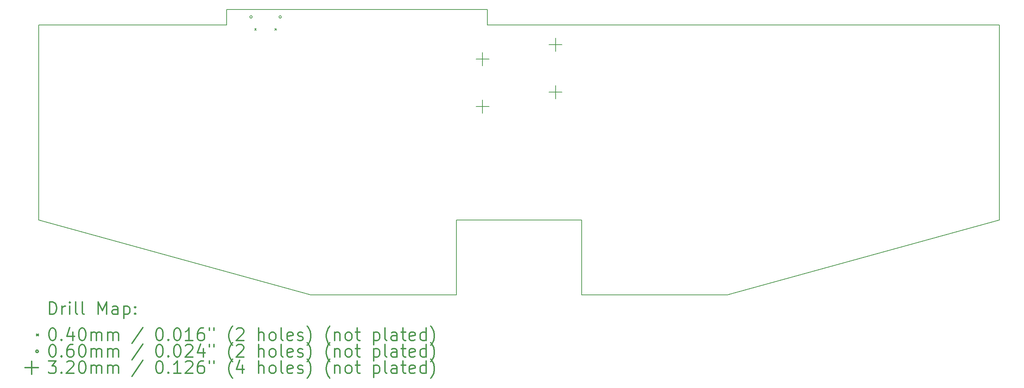
<source format=gbr>
%FSLAX45Y45*%
G04 Gerber Fmt 4.5, Leading zero omitted, Abs format (unit mm)*
G04 Created by KiCad (PCBNEW 4.0.1-stable) date Saturday, January 28, 2017 'PMt' 02:32:04 PM*
%MOMM*%
G01*
G04 APERTURE LIST*
%ADD10C,0.127000*%
%ADD11C,0.150000*%
%ADD12C,0.200000*%
%ADD13C,0.300000*%
G04 APERTURE END LIST*
D10*
D11*
X4520000Y200000D02*
X0Y200000D01*
X10800000Y570000D02*
X10800000Y200000D01*
X4520000Y570000D02*
X10800000Y570000D01*
X4520000Y200000D02*
X4520000Y570000D01*
X23120000Y-4500000D02*
X23120000Y200000D01*
X16570000Y-6300000D02*
X23120000Y-4500000D01*
X13070000Y-6300000D02*
X16570000Y-6300000D01*
X13070000Y-4500000D02*
X13070000Y-6300000D01*
X10800000Y-4500000D02*
X13070000Y-4500000D01*
X10050000Y-4500000D02*
X10800000Y-4500000D01*
X10050000Y-6300000D02*
X10050000Y-4500000D01*
X6550000Y-6300000D02*
X10050000Y-6300000D01*
X0Y-4500000D02*
X6550000Y-6300000D01*
X0Y200000D02*
X0Y-4500000D01*
X10800000Y200000D02*
X23120000Y200000D01*
D12*
X5198500Y112000D02*
X5238500Y72000D01*
X5238500Y112000D02*
X5198500Y72000D01*
X5683500Y112000D02*
X5723500Y72000D01*
X5723500Y112000D02*
X5683500Y72000D01*
X5139750Y392000D02*
G75*
G03X5139750Y392000I-30000J0D01*
G01*
X5842250Y392000D02*
G75*
G03X5842250Y392000I-30000J0D01*
G01*
X10682000Y-462000D02*
X10682000Y-782000D01*
X10522000Y-622000D02*
X10842000Y-622000D01*
X10682000Y-1605000D02*
X10682000Y-1925000D01*
X10522000Y-1765000D02*
X10842000Y-1765000D01*
X12436000Y-112000D02*
X12436000Y-432000D01*
X12276000Y-272000D02*
X12596000Y-272000D01*
X12436000Y-1255000D02*
X12436000Y-1575000D01*
X12276000Y-1415000D02*
X12596000Y-1415000D01*
D13*
X263929Y-6773214D02*
X263929Y-6473214D01*
X335357Y-6473214D01*
X378214Y-6487500D01*
X406786Y-6516071D01*
X421071Y-6544643D01*
X435357Y-6601786D01*
X435357Y-6644643D01*
X421071Y-6701786D01*
X406786Y-6730357D01*
X378214Y-6758929D01*
X335357Y-6773214D01*
X263929Y-6773214D01*
X563929Y-6773214D02*
X563929Y-6573214D01*
X563929Y-6630357D02*
X578214Y-6601786D01*
X592500Y-6587500D01*
X621071Y-6573214D01*
X649643Y-6573214D01*
X749643Y-6773214D02*
X749643Y-6573214D01*
X749643Y-6473214D02*
X735357Y-6487500D01*
X749643Y-6501786D01*
X763928Y-6487500D01*
X749643Y-6473214D01*
X749643Y-6501786D01*
X935357Y-6773214D02*
X906786Y-6758929D01*
X892500Y-6730357D01*
X892500Y-6473214D01*
X1092500Y-6773214D02*
X1063929Y-6758929D01*
X1049643Y-6730357D01*
X1049643Y-6473214D01*
X1435357Y-6773214D02*
X1435357Y-6473214D01*
X1535357Y-6687500D01*
X1635357Y-6473214D01*
X1635357Y-6773214D01*
X1906786Y-6773214D02*
X1906786Y-6616071D01*
X1892500Y-6587500D01*
X1863928Y-6573214D01*
X1806786Y-6573214D01*
X1778214Y-6587500D01*
X1906786Y-6758929D02*
X1878214Y-6773214D01*
X1806786Y-6773214D01*
X1778214Y-6758929D01*
X1763928Y-6730357D01*
X1763928Y-6701786D01*
X1778214Y-6673214D01*
X1806786Y-6658929D01*
X1878214Y-6658929D01*
X1906786Y-6644643D01*
X2049643Y-6573214D02*
X2049643Y-6873214D01*
X2049643Y-6587500D02*
X2078214Y-6573214D01*
X2135357Y-6573214D01*
X2163929Y-6587500D01*
X2178214Y-6601786D01*
X2192500Y-6630357D01*
X2192500Y-6716071D01*
X2178214Y-6744643D01*
X2163929Y-6758929D01*
X2135357Y-6773214D01*
X2078214Y-6773214D01*
X2049643Y-6758929D01*
X2321071Y-6744643D02*
X2335357Y-6758929D01*
X2321071Y-6773214D01*
X2306786Y-6758929D01*
X2321071Y-6744643D01*
X2321071Y-6773214D01*
X2321071Y-6587500D02*
X2335357Y-6601786D01*
X2321071Y-6616071D01*
X2306786Y-6601786D01*
X2321071Y-6587500D01*
X2321071Y-6616071D01*
X-47500Y-7247500D02*
X-7500Y-7287500D01*
X-7500Y-7247500D02*
X-47500Y-7287500D01*
X321071Y-7103214D02*
X349643Y-7103214D01*
X378214Y-7117500D01*
X392500Y-7131786D01*
X406786Y-7160357D01*
X421071Y-7217500D01*
X421071Y-7288929D01*
X406786Y-7346071D01*
X392500Y-7374643D01*
X378214Y-7388929D01*
X349643Y-7403214D01*
X321071Y-7403214D01*
X292500Y-7388929D01*
X278214Y-7374643D01*
X263929Y-7346071D01*
X249643Y-7288929D01*
X249643Y-7217500D01*
X263929Y-7160357D01*
X278214Y-7131786D01*
X292500Y-7117500D01*
X321071Y-7103214D01*
X549643Y-7374643D02*
X563929Y-7388929D01*
X549643Y-7403214D01*
X535357Y-7388929D01*
X549643Y-7374643D01*
X549643Y-7403214D01*
X821071Y-7203214D02*
X821071Y-7403214D01*
X749643Y-7088929D02*
X678214Y-7303214D01*
X863928Y-7303214D01*
X1035357Y-7103214D02*
X1063929Y-7103214D01*
X1092500Y-7117500D01*
X1106786Y-7131786D01*
X1121071Y-7160357D01*
X1135357Y-7217500D01*
X1135357Y-7288929D01*
X1121071Y-7346071D01*
X1106786Y-7374643D01*
X1092500Y-7388929D01*
X1063929Y-7403214D01*
X1035357Y-7403214D01*
X1006786Y-7388929D01*
X992500Y-7374643D01*
X978214Y-7346071D01*
X963928Y-7288929D01*
X963928Y-7217500D01*
X978214Y-7160357D01*
X992500Y-7131786D01*
X1006786Y-7117500D01*
X1035357Y-7103214D01*
X1263929Y-7403214D02*
X1263929Y-7203214D01*
X1263929Y-7231786D02*
X1278214Y-7217500D01*
X1306786Y-7203214D01*
X1349643Y-7203214D01*
X1378214Y-7217500D01*
X1392500Y-7246071D01*
X1392500Y-7403214D01*
X1392500Y-7246071D02*
X1406786Y-7217500D01*
X1435357Y-7203214D01*
X1478214Y-7203214D01*
X1506786Y-7217500D01*
X1521071Y-7246071D01*
X1521071Y-7403214D01*
X1663928Y-7403214D02*
X1663928Y-7203214D01*
X1663928Y-7231786D02*
X1678214Y-7217500D01*
X1706786Y-7203214D01*
X1749643Y-7203214D01*
X1778214Y-7217500D01*
X1792500Y-7246071D01*
X1792500Y-7403214D01*
X1792500Y-7246071D02*
X1806786Y-7217500D01*
X1835357Y-7203214D01*
X1878214Y-7203214D01*
X1906786Y-7217500D01*
X1921071Y-7246071D01*
X1921071Y-7403214D01*
X2506786Y-7088929D02*
X2249643Y-7474643D01*
X2892500Y-7103214D02*
X2921071Y-7103214D01*
X2949643Y-7117500D01*
X2963928Y-7131786D01*
X2978214Y-7160357D01*
X2992500Y-7217500D01*
X2992500Y-7288929D01*
X2978214Y-7346071D01*
X2963928Y-7374643D01*
X2949643Y-7388929D01*
X2921071Y-7403214D01*
X2892500Y-7403214D01*
X2863928Y-7388929D01*
X2849643Y-7374643D01*
X2835357Y-7346071D01*
X2821071Y-7288929D01*
X2821071Y-7217500D01*
X2835357Y-7160357D01*
X2849643Y-7131786D01*
X2863928Y-7117500D01*
X2892500Y-7103214D01*
X3121071Y-7374643D02*
X3135357Y-7388929D01*
X3121071Y-7403214D01*
X3106786Y-7388929D01*
X3121071Y-7374643D01*
X3121071Y-7403214D01*
X3321071Y-7103214D02*
X3349643Y-7103214D01*
X3378214Y-7117500D01*
X3392500Y-7131786D01*
X3406785Y-7160357D01*
X3421071Y-7217500D01*
X3421071Y-7288929D01*
X3406785Y-7346071D01*
X3392500Y-7374643D01*
X3378214Y-7388929D01*
X3349643Y-7403214D01*
X3321071Y-7403214D01*
X3292500Y-7388929D01*
X3278214Y-7374643D01*
X3263928Y-7346071D01*
X3249643Y-7288929D01*
X3249643Y-7217500D01*
X3263928Y-7160357D01*
X3278214Y-7131786D01*
X3292500Y-7117500D01*
X3321071Y-7103214D01*
X3706785Y-7403214D02*
X3535357Y-7403214D01*
X3621071Y-7403214D02*
X3621071Y-7103214D01*
X3592500Y-7146071D01*
X3563928Y-7174643D01*
X3535357Y-7188929D01*
X3963928Y-7103214D02*
X3906785Y-7103214D01*
X3878214Y-7117500D01*
X3863928Y-7131786D01*
X3835357Y-7174643D01*
X3821071Y-7231786D01*
X3821071Y-7346071D01*
X3835357Y-7374643D01*
X3849643Y-7388929D01*
X3878214Y-7403214D01*
X3935357Y-7403214D01*
X3963928Y-7388929D01*
X3978214Y-7374643D01*
X3992500Y-7346071D01*
X3992500Y-7274643D01*
X3978214Y-7246071D01*
X3963928Y-7231786D01*
X3935357Y-7217500D01*
X3878214Y-7217500D01*
X3849643Y-7231786D01*
X3835357Y-7246071D01*
X3821071Y-7274643D01*
X4106786Y-7103214D02*
X4106786Y-7160357D01*
X4221071Y-7103214D02*
X4221071Y-7160357D01*
X4663928Y-7517500D02*
X4649643Y-7503214D01*
X4621071Y-7460357D01*
X4606786Y-7431786D01*
X4592500Y-7388929D01*
X4578214Y-7317500D01*
X4578214Y-7260357D01*
X4592500Y-7188929D01*
X4606786Y-7146071D01*
X4621071Y-7117500D01*
X4649643Y-7074643D01*
X4663928Y-7060357D01*
X4763928Y-7131786D02*
X4778214Y-7117500D01*
X4806786Y-7103214D01*
X4878214Y-7103214D01*
X4906786Y-7117500D01*
X4921071Y-7131786D01*
X4935357Y-7160357D01*
X4935357Y-7188929D01*
X4921071Y-7231786D01*
X4749643Y-7403214D01*
X4935357Y-7403214D01*
X5292500Y-7403214D02*
X5292500Y-7103214D01*
X5421071Y-7403214D02*
X5421071Y-7246071D01*
X5406786Y-7217500D01*
X5378214Y-7203214D01*
X5335357Y-7203214D01*
X5306786Y-7217500D01*
X5292500Y-7231786D01*
X5606785Y-7403214D02*
X5578214Y-7388929D01*
X5563928Y-7374643D01*
X5549643Y-7346071D01*
X5549643Y-7260357D01*
X5563928Y-7231786D01*
X5578214Y-7217500D01*
X5606785Y-7203214D01*
X5649643Y-7203214D01*
X5678214Y-7217500D01*
X5692500Y-7231786D01*
X5706785Y-7260357D01*
X5706785Y-7346071D01*
X5692500Y-7374643D01*
X5678214Y-7388929D01*
X5649643Y-7403214D01*
X5606785Y-7403214D01*
X5878214Y-7403214D02*
X5849643Y-7388929D01*
X5835357Y-7360357D01*
X5835357Y-7103214D01*
X6106786Y-7388929D02*
X6078214Y-7403214D01*
X6021071Y-7403214D01*
X5992500Y-7388929D01*
X5978214Y-7360357D01*
X5978214Y-7246071D01*
X5992500Y-7217500D01*
X6021071Y-7203214D01*
X6078214Y-7203214D01*
X6106786Y-7217500D01*
X6121071Y-7246071D01*
X6121071Y-7274643D01*
X5978214Y-7303214D01*
X6235357Y-7388929D02*
X6263928Y-7403214D01*
X6321071Y-7403214D01*
X6349643Y-7388929D01*
X6363928Y-7360357D01*
X6363928Y-7346071D01*
X6349643Y-7317500D01*
X6321071Y-7303214D01*
X6278214Y-7303214D01*
X6249643Y-7288929D01*
X6235357Y-7260357D01*
X6235357Y-7246071D01*
X6249643Y-7217500D01*
X6278214Y-7203214D01*
X6321071Y-7203214D01*
X6349643Y-7217500D01*
X6463928Y-7517500D02*
X6478214Y-7503214D01*
X6506786Y-7460357D01*
X6521071Y-7431786D01*
X6535357Y-7388929D01*
X6549643Y-7317500D01*
X6549643Y-7260357D01*
X6535357Y-7188929D01*
X6521071Y-7146071D01*
X6506786Y-7117500D01*
X6478214Y-7074643D01*
X6463928Y-7060357D01*
X7006786Y-7517500D02*
X6992500Y-7503214D01*
X6963928Y-7460357D01*
X6949643Y-7431786D01*
X6935357Y-7388929D01*
X6921071Y-7317500D01*
X6921071Y-7260357D01*
X6935357Y-7188929D01*
X6949643Y-7146071D01*
X6963928Y-7117500D01*
X6992500Y-7074643D01*
X7006786Y-7060357D01*
X7121071Y-7203214D02*
X7121071Y-7403214D01*
X7121071Y-7231786D02*
X7135357Y-7217500D01*
X7163928Y-7203214D01*
X7206786Y-7203214D01*
X7235357Y-7217500D01*
X7249643Y-7246071D01*
X7249643Y-7403214D01*
X7435357Y-7403214D02*
X7406786Y-7388929D01*
X7392500Y-7374643D01*
X7378214Y-7346071D01*
X7378214Y-7260357D01*
X7392500Y-7231786D01*
X7406786Y-7217500D01*
X7435357Y-7203214D01*
X7478214Y-7203214D01*
X7506786Y-7217500D01*
X7521071Y-7231786D01*
X7535357Y-7260357D01*
X7535357Y-7346071D01*
X7521071Y-7374643D01*
X7506786Y-7388929D01*
X7478214Y-7403214D01*
X7435357Y-7403214D01*
X7621071Y-7203214D02*
X7735357Y-7203214D01*
X7663928Y-7103214D02*
X7663928Y-7360357D01*
X7678214Y-7388929D01*
X7706786Y-7403214D01*
X7735357Y-7403214D01*
X8063928Y-7203214D02*
X8063928Y-7503214D01*
X8063928Y-7217500D02*
X8092500Y-7203214D01*
X8149643Y-7203214D01*
X8178214Y-7217500D01*
X8192500Y-7231786D01*
X8206786Y-7260357D01*
X8206786Y-7346071D01*
X8192500Y-7374643D01*
X8178214Y-7388929D01*
X8149643Y-7403214D01*
X8092500Y-7403214D01*
X8063928Y-7388929D01*
X8378214Y-7403214D02*
X8349643Y-7388929D01*
X8335357Y-7360357D01*
X8335357Y-7103214D01*
X8621071Y-7403214D02*
X8621071Y-7246071D01*
X8606786Y-7217500D01*
X8578214Y-7203214D01*
X8521071Y-7203214D01*
X8492500Y-7217500D01*
X8621071Y-7388929D02*
X8592500Y-7403214D01*
X8521071Y-7403214D01*
X8492500Y-7388929D01*
X8478214Y-7360357D01*
X8478214Y-7331786D01*
X8492500Y-7303214D01*
X8521071Y-7288929D01*
X8592500Y-7288929D01*
X8621071Y-7274643D01*
X8721071Y-7203214D02*
X8835357Y-7203214D01*
X8763929Y-7103214D02*
X8763929Y-7360357D01*
X8778214Y-7388929D01*
X8806786Y-7403214D01*
X8835357Y-7403214D01*
X9049643Y-7388929D02*
X9021072Y-7403214D01*
X8963929Y-7403214D01*
X8935357Y-7388929D01*
X8921072Y-7360357D01*
X8921072Y-7246071D01*
X8935357Y-7217500D01*
X8963929Y-7203214D01*
X9021072Y-7203214D01*
X9049643Y-7217500D01*
X9063929Y-7246071D01*
X9063929Y-7274643D01*
X8921072Y-7303214D01*
X9321072Y-7403214D02*
X9321072Y-7103214D01*
X9321072Y-7388929D02*
X9292500Y-7403214D01*
X9235357Y-7403214D01*
X9206786Y-7388929D01*
X9192500Y-7374643D01*
X9178214Y-7346071D01*
X9178214Y-7260357D01*
X9192500Y-7231786D01*
X9206786Y-7217500D01*
X9235357Y-7203214D01*
X9292500Y-7203214D01*
X9321072Y-7217500D01*
X9435357Y-7517500D02*
X9449643Y-7503214D01*
X9478214Y-7460357D01*
X9492500Y-7431786D01*
X9506786Y-7388929D01*
X9521072Y-7317500D01*
X9521072Y-7260357D01*
X9506786Y-7188929D01*
X9492500Y-7146071D01*
X9478214Y-7117500D01*
X9449643Y-7074643D01*
X9435357Y-7060357D01*
X-7500Y-7663500D02*
G75*
G03X-7500Y-7663500I-30000J0D01*
G01*
X321071Y-7499214D02*
X349643Y-7499214D01*
X378214Y-7513500D01*
X392500Y-7527786D01*
X406786Y-7556357D01*
X421071Y-7613500D01*
X421071Y-7684929D01*
X406786Y-7742071D01*
X392500Y-7770643D01*
X378214Y-7784929D01*
X349643Y-7799214D01*
X321071Y-7799214D01*
X292500Y-7784929D01*
X278214Y-7770643D01*
X263929Y-7742071D01*
X249643Y-7684929D01*
X249643Y-7613500D01*
X263929Y-7556357D01*
X278214Y-7527786D01*
X292500Y-7513500D01*
X321071Y-7499214D01*
X549643Y-7770643D02*
X563929Y-7784929D01*
X549643Y-7799214D01*
X535357Y-7784929D01*
X549643Y-7770643D01*
X549643Y-7799214D01*
X821071Y-7499214D02*
X763928Y-7499214D01*
X735357Y-7513500D01*
X721071Y-7527786D01*
X692500Y-7570643D01*
X678214Y-7627786D01*
X678214Y-7742071D01*
X692500Y-7770643D01*
X706786Y-7784929D01*
X735357Y-7799214D01*
X792500Y-7799214D01*
X821071Y-7784929D01*
X835357Y-7770643D01*
X849643Y-7742071D01*
X849643Y-7670643D01*
X835357Y-7642071D01*
X821071Y-7627786D01*
X792500Y-7613500D01*
X735357Y-7613500D01*
X706786Y-7627786D01*
X692500Y-7642071D01*
X678214Y-7670643D01*
X1035357Y-7499214D02*
X1063929Y-7499214D01*
X1092500Y-7513500D01*
X1106786Y-7527786D01*
X1121071Y-7556357D01*
X1135357Y-7613500D01*
X1135357Y-7684929D01*
X1121071Y-7742071D01*
X1106786Y-7770643D01*
X1092500Y-7784929D01*
X1063929Y-7799214D01*
X1035357Y-7799214D01*
X1006786Y-7784929D01*
X992500Y-7770643D01*
X978214Y-7742071D01*
X963928Y-7684929D01*
X963928Y-7613500D01*
X978214Y-7556357D01*
X992500Y-7527786D01*
X1006786Y-7513500D01*
X1035357Y-7499214D01*
X1263929Y-7799214D02*
X1263929Y-7599214D01*
X1263929Y-7627786D02*
X1278214Y-7613500D01*
X1306786Y-7599214D01*
X1349643Y-7599214D01*
X1378214Y-7613500D01*
X1392500Y-7642071D01*
X1392500Y-7799214D01*
X1392500Y-7642071D02*
X1406786Y-7613500D01*
X1435357Y-7599214D01*
X1478214Y-7599214D01*
X1506786Y-7613500D01*
X1521071Y-7642071D01*
X1521071Y-7799214D01*
X1663928Y-7799214D02*
X1663928Y-7599214D01*
X1663928Y-7627786D02*
X1678214Y-7613500D01*
X1706786Y-7599214D01*
X1749643Y-7599214D01*
X1778214Y-7613500D01*
X1792500Y-7642071D01*
X1792500Y-7799214D01*
X1792500Y-7642071D02*
X1806786Y-7613500D01*
X1835357Y-7599214D01*
X1878214Y-7599214D01*
X1906786Y-7613500D01*
X1921071Y-7642071D01*
X1921071Y-7799214D01*
X2506786Y-7484929D02*
X2249643Y-7870643D01*
X2892500Y-7499214D02*
X2921071Y-7499214D01*
X2949643Y-7513500D01*
X2963928Y-7527786D01*
X2978214Y-7556357D01*
X2992500Y-7613500D01*
X2992500Y-7684929D01*
X2978214Y-7742071D01*
X2963928Y-7770643D01*
X2949643Y-7784929D01*
X2921071Y-7799214D01*
X2892500Y-7799214D01*
X2863928Y-7784929D01*
X2849643Y-7770643D01*
X2835357Y-7742071D01*
X2821071Y-7684929D01*
X2821071Y-7613500D01*
X2835357Y-7556357D01*
X2849643Y-7527786D01*
X2863928Y-7513500D01*
X2892500Y-7499214D01*
X3121071Y-7770643D02*
X3135357Y-7784929D01*
X3121071Y-7799214D01*
X3106786Y-7784929D01*
X3121071Y-7770643D01*
X3121071Y-7799214D01*
X3321071Y-7499214D02*
X3349643Y-7499214D01*
X3378214Y-7513500D01*
X3392500Y-7527786D01*
X3406785Y-7556357D01*
X3421071Y-7613500D01*
X3421071Y-7684929D01*
X3406785Y-7742071D01*
X3392500Y-7770643D01*
X3378214Y-7784929D01*
X3349643Y-7799214D01*
X3321071Y-7799214D01*
X3292500Y-7784929D01*
X3278214Y-7770643D01*
X3263928Y-7742071D01*
X3249643Y-7684929D01*
X3249643Y-7613500D01*
X3263928Y-7556357D01*
X3278214Y-7527786D01*
X3292500Y-7513500D01*
X3321071Y-7499214D01*
X3535357Y-7527786D02*
X3549643Y-7513500D01*
X3578214Y-7499214D01*
X3649643Y-7499214D01*
X3678214Y-7513500D01*
X3692500Y-7527786D01*
X3706785Y-7556357D01*
X3706785Y-7584929D01*
X3692500Y-7627786D01*
X3521071Y-7799214D01*
X3706785Y-7799214D01*
X3963928Y-7599214D02*
X3963928Y-7799214D01*
X3892500Y-7484929D02*
X3821071Y-7699214D01*
X4006785Y-7699214D01*
X4106786Y-7499214D02*
X4106786Y-7556357D01*
X4221071Y-7499214D02*
X4221071Y-7556357D01*
X4663928Y-7913500D02*
X4649643Y-7899214D01*
X4621071Y-7856357D01*
X4606786Y-7827786D01*
X4592500Y-7784929D01*
X4578214Y-7713500D01*
X4578214Y-7656357D01*
X4592500Y-7584929D01*
X4606786Y-7542071D01*
X4621071Y-7513500D01*
X4649643Y-7470643D01*
X4663928Y-7456357D01*
X4763928Y-7527786D02*
X4778214Y-7513500D01*
X4806786Y-7499214D01*
X4878214Y-7499214D01*
X4906786Y-7513500D01*
X4921071Y-7527786D01*
X4935357Y-7556357D01*
X4935357Y-7584929D01*
X4921071Y-7627786D01*
X4749643Y-7799214D01*
X4935357Y-7799214D01*
X5292500Y-7799214D02*
X5292500Y-7499214D01*
X5421071Y-7799214D02*
X5421071Y-7642071D01*
X5406786Y-7613500D01*
X5378214Y-7599214D01*
X5335357Y-7599214D01*
X5306786Y-7613500D01*
X5292500Y-7627786D01*
X5606785Y-7799214D02*
X5578214Y-7784929D01*
X5563928Y-7770643D01*
X5549643Y-7742071D01*
X5549643Y-7656357D01*
X5563928Y-7627786D01*
X5578214Y-7613500D01*
X5606785Y-7599214D01*
X5649643Y-7599214D01*
X5678214Y-7613500D01*
X5692500Y-7627786D01*
X5706785Y-7656357D01*
X5706785Y-7742071D01*
X5692500Y-7770643D01*
X5678214Y-7784929D01*
X5649643Y-7799214D01*
X5606785Y-7799214D01*
X5878214Y-7799214D02*
X5849643Y-7784929D01*
X5835357Y-7756357D01*
X5835357Y-7499214D01*
X6106786Y-7784929D02*
X6078214Y-7799214D01*
X6021071Y-7799214D01*
X5992500Y-7784929D01*
X5978214Y-7756357D01*
X5978214Y-7642071D01*
X5992500Y-7613500D01*
X6021071Y-7599214D01*
X6078214Y-7599214D01*
X6106786Y-7613500D01*
X6121071Y-7642071D01*
X6121071Y-7670643D01*
X5978214Y-7699214D01*
X6235357Y-7784929D02*
X6263928Y-7799214D01*
X6321071Y-7799214D01*
X6349643Y-7784929D01*
X6363928Y-7756357D01*
X6363928Y-7742071D01*
X6349643Y-7713500D01*
X6321071Y-7699214D01*
X6278214Y-7699214D01*
X6249643Y-7684929D01*
X6235357Y-7656357D01*
X6235357Y-7642071D01*
X6249643Y-7613500D01*
X6278214Y-7599214D01*
X6321071Y-7599214D01*
X6349643Y-7613500D01*
X6463928Y-7913500D02*
X6478214Y-7899214D01*
X6506786Y-7856357D01*
X6521071Y-7827786D01*
X6535357Y-7784929D01*
X6549643Y-7713500D01*
X6549643Y-7656357D01*
X6535357Y-7584929D01*
X6521071Y-7542071D01*
X6506786Y-7513500D01*
X6478214Y-7470643D01*
X6463928Y-7456357D01*
X7006786Y-7913500D02*
X6992500Y-7899214D01*
X6963928Y-7856357D01*
X6949643Y-7827786D01*
X6935357Y-7784929D01*
X6921071Y-7713500D01*
X6921071Y-7656357D01*
X6935357Y-7584929D01*
X6949643Y-7542071D01*
X6963928Y-7513500D01*
X6992500Y-7470643D01*
X7006786Y-7456357D01*
X7121071Y-7599214D02*
X7121071Y-7799214D01*
X7121071Y-7627786D02*
X7135357Y-7613500D01*
X7163928Y-7599214D01*
X7206786Y-7599214D01*
X7235357Y-7613500D01*
X7249643Y-7642071D01*
X7249643Y-7799214D01*
X7435357Y-7799214D02*
X7406786Y-7784929D01*
X7392500Y-7770643D01*
X7378214Y-7742071D01*
X7378214Y-7656357D01*
X7392500Y-7627786D01*
X7406786Y-7613500D01*
X7435357Y-7599214D01*
X7478214Y-7599214D01*
X7506786Y-7613500D01*
X7521071Y-7627786D01*
X7535357Y-7656357D01*
X7535357Y-7742071D01*
X7521071Y-7770643D01*
X7506786Y-7784929D01*
X7478214Y-7799214D01*
X7435357Y-7799214D01*
X7621071Y-7599214D02*
X7735357Y-7599214D01*
X7663928Y-7499214D02*
X7663928Y-7756357D01*
X7678214Y-7784929D01*
X7706786Y-7799214D01*
X7735357Y-7799214D01*
X8063928Y-7599214D02*
X8063928Y-7899214D01*
X8063928Y-7613500D02*
X8092500Y-7599214D01*
X8149643Y-7599214D01*
X8178214Y-7613500D01*
X8192500Y-7627786D01*
X8206786Y-7656357D01*
X8206786Y-7742071D01*
X8192500Y-7770643D01*
X8178214Y-7784929D01*
X8149643Y-7799214D01*
X8092500Y-7799214D01*
X8063928Y-7784929D01*
X8378214Y-7799214D02*
X8349643Y-7784929D01*
X8335357Y-7756357D01*
X8335357Y-7499214D01*
X8621071Y-7799214D02*
X8621071Y-7642071D01*
X8606786Y-7613500D01*
X8578214Y-7599214D01*
X8521071Y-7599214D01*
X8492500Y-7613500D01*
X8621071Y-7784929D02*
X8592500Y-7799214D01*
X8521071Y-7799214D01*
X8492500Y-7784929D01*
X8478214Y-7756357D01*
X8478214Y-7727786D01*
X8492500Y-7699214D01*
X8521071Y-7684929D01*
X8592500Y-7684929D01*
X8621071Y-7670643D01*
X8721071Y-7599214D02*
X8835357Y-7599214D01*
X8763929Y-7499214D02*
X8763929Y-7756357D01*
X8778214Y-7784929D01*
X8806786Y-7799214D01*
X8835357Y-7799214D01*
X9049643Y-7784929D02*
X9021072Y-7799214D01*
X8963929Y-7799214D01*
X8935357Y-7784929D01*
X8921072Y-7756357D01*
X8921072Y-7642071D01*
X8935357Y-7613500D01*
X8963929Y-7599214D01*
X9021072Y-7599214D01*
X9049643Y-7613500D01*
X9063929Y-7642071D01*
X9063929Y-7670643D01*
X8921072Y-7699214D01*
X9321072Y-7799214D02*
X9321072Y-7499214D01*
X9321072Y-7784929D02*
X9292500Y-7799214D01*
X9235357Y-7799214D01*
X9206786Y-7784929D01*
X9192500Y-7770643D01*
X9178214Y-7742071D01*
X9178214Y-7656357D01*
X9192500Y-7627786D01*
X9206786Y-7613500D01*
X9235357Y-7599214D01*
X9292500Y-7599214D01*
X9321072Y-7613500D01*
X9435357Y-7913500D02*
X9449643Y-7899214D01*
X9478214Y-7856357D01*
X9492500Y-7827786D01*
X9506786Y-7784929D01*
X9521072Y-7713500D01*
X9521072Y-7656357D01*
X9506786Y-7584929D01*
X9492500Y-7542071D01*
X9478214Y-7513500D01*
X9449643Y-7470643D01*
X9435357Y-7456357D01*
X-167500Y-7899500D02*
X-167500Y-8219500D01*
X-327500Y-8059500D02*
X-7500Y-8059500D01*
X235357Y-7895214D02*
X421071Y-7895214D01*
X321071Y-8009500D01*
X363928Y-8009500D01*
X392500Y-8023786D01*
X406786Y-8038071D01*
X421071Y-8066643D01*
X421071Y-8138071D01*
X406786Y-8166643D01*
X392500Y-8180929D01*
X363928Y-8195214D01*
X278214Y-8195214D01*
X249643Y-8180929D01*
X235357Y-8166643D01*
X549643Y-8166643D02*
X563929Y-8180929D01*
X549643Y-8195214D01*
X535357Y-8180929D01*
X549643Y-8166643D01*
X549643Y-8195214D01*
X678214Y-7923786D02*
X692500Y-7909500D01*
X721071Y-7895214D01*
X792500Y-7895214D01*
X821071Y-7909500D01*
X835357Y-7923786D01*
X849643Y-7952357D01*
X849643Y-7980929D01*
X835357Y-8023786D01*
X663928Y-8195214D01*
X849643Y-8195214D01*
X1035357Y-7895214D02*
X1063929Y-7895214D01*
X1092500Y-7909500D01*
X1106786Y-7923786D01*
X1121071Y-7952357D01*
X1135357Y-8009500D01*
X1135357Y-8080929D01*
X1121071Y-8138071D01*
X1106786Y-8166643D01*
X1092500Y-8180929D01*
X1063929Y-8195214D01*
X1035357Y-8195214D01*
X1006786Y-8180929D01*
X992500Y-8166643D01*
X978214Y-8138071D01*
X963928Y-8080929D01*
X963928Y-8009500D01*
X978214Y-7952357D01*
X992500Y-7923786D01*
X1006786Y-7909500D01*
X1035357Y-7895214D01*
X1263929Y-8195214D02*
X1263929Y-7995214D01*
X1263929Y-8023786D02*
X1278214Y-8009500D01*
X1306786Y-7995214D01*
X1349643Y-7995214D01*
X1378214Y-8009500D01*
X1392500Y-8038071D01*
X1392500Y-8195214D01*
X1392500Y-8038071D02*
X1406786Y-8009500D01*
X1435357Y-7995214D01*
X1478214Y-7995214D01*
X1506786Y-8009500D01*
X1521071Y-8038071D01*
X1521071Y-8195214D01*
X1663928Y-8195214D02*
X1663928Y-7995214D01*
X1663928Y-8023786D02*
X1678214Y-8009500D01*
X1706786Y-7995214D01*
X1749643Y-7995214D01*
X1778214Y-8009500D01*
X1792500Y-8038071D01*
X1792500Y-8195214D01*
X1792500Y-8038071D02*
X1806786Y-8009500D01*
X1835357Y-7995214D01*
X1878214Y-7995214D01*
X1906786Y-8009500D01*
X1921071Y-8038071D01*
X1921071Y-8195214D01*
X2506786Y-7880929D02*
X2249643Y-8266643D01*
X2892500Y-7895214D02*
X2921071Y-7895214D01*
X2949643Y-7909500D01*
X2963928Y-7923786D01*
X2978214Y-7952357D01*
X2992500Y-8009500D01*
X2992500Y-8080929D01*
X2978214Y-8138071D01*
X2963928Y-8166643D01*
X2949643Y-8180929D01*
X2921071Y-8195214D01*
X2892500Y-8195214D01*
X2863928Y-8180929D01*
X2849643Y-8166643D01*
X2835357Y-8138071D01*
X2821071Y-8080929D01*
X2821071Y-8009500D01*
X2835357Y-7952357D01*
X2849643Y-7923786D01*
X2863928Y-7909500D01*
X2892500Y-7895214D01*
X3121071Y-8166643D02*
X3135357Y-8180929D01*
X3121071Y-8195214D01*
X3106786Y-8180929D01*
X3121071Y-8166643D01*
X3121071Y-8195214D01*
X3421071Y-8195214D02*
X3249643Y-8195214D01*
X3335357Y-8195214D02*
X3335357Y-7895214D01*
X3306785Y-7938071D01*
X3278214Y-7966643D01*
X3249643Y-7980929D01*
X3535357Y-7923786D02*
X3549643Y-7909500D01*
X3578214Y-7895214D01*
X3649643Y-7895214D01*
X3678214Y-7909500D01*
X3692500Y-7923786D01*
X3706785Y-7952357D01*
X3706785Y-7980929D01*
X3692500Y-8023786D01*
X3521071Y-8195214D01*
X3706785Y-8195214D01*
X3963928Y-7895214D02*
X3906785Y-7895214D01*
X3878214Y-7909500D01*
X3863928Y-7923786D01*
X3835357Y-7966643D01*
X3821071Y-8023786D01*
X3821071Y-8138071D01*
X3835357Y-8166643D01*
X3849643Y-8180929D01*
X3878214Y-8195214D01*
X3935357Y-8195214D01*
X3963928Y-8180929D01*
X3978214Y-8166643D01*
X3992500Y-8138071D01*
X3992500Y-8066643D01*
X3978214Y-8038071D01*
X3963928Y-8023786D01*
X3935357Y-8009500D01*
X3878214Y-8009500D01*
X3849643Y-8023786D01*
X3835357Y-8038071D01*
X3821071Y-8066643D01*
X4106786Y-7895214D02*
X4106786Y-7952357D01*
X4221071Y-7895214D02*
X4221071Y-7952357D01*
X4663928Y-8309500D02*
X4649643Y-8295214D01*
X4621071Y-8252357D01*
X4606786Y-8223786D01*
X4592500Y-8180929D01*
X4578214Y-8109500D01*
X4578214Y-8052357D01*
X4592500Y-7980929D01*
X4606786Y-7938071D01*
X4621071Y-7909500D01*
X4649643Y-7866643D01*
X4663928Y-7852357D01*
X4906786Y-7995214D02*
X4906786Y-8195214D01*
X4835357Y-7880929D02*
X4763928Y-8095214D01*
X4949643Y-8095214D01*
X5292500Y-8195214D02*
X5292500Y-7895214D01*
X5421071Y-8195214D02*
X5421071Y-8038071D01*
X5406786Y-8009500D01*
X5378214Y-7995214D01*
X5335357Y-7995214D01*
X5306786Y-8009500D01*
X5292500Y-8023786D01*
X5606785Y-8195214D02*
X5578214Y-8180929D01*
X5563928Y-8166643D01*
X5549643Y-8138071D01*
X5549643Y-8052357D01*
X5563928Y-8023786D01*
X5578214Y-8009500D01*
X5606785Y-7995214D01*
X5649643Y-7995214D01*
X5678214Y-8009500D01*
X5692500Y-8023786D01*
X5706785Y-8052357D01*
X5706785Y-8138071D01*
X5692500Y-8166643D01*
X5678214Y-8180929D01*
X5649643Y-8195214D01*
X5606785Y-8195214D01*
X5878214Y-8195214D02*
X5849643Y-8180929D01*
X5835357Y-8152357D01*
X5835357Y-7895214D01*
X6106786Y-8180929D02*
X6078214Y-8195214D01*
X6021071Y-8195214D01*
X5992500Y-8180929D01*
X5978214Y-8152357D01*
X5978214Y-8038071D01*
X5992500Y-8009500D01*
X6021071Y-7995214D01*
X6078214Y-7995214D01*
X6106786Y-8009500D01*
X6121071Y-8038071D01*
X6121071Y-8066643D01*
X5978214Y-8095214D01*
X6235357Y-8180929D02*
X6263928Y-8195214D01*
X6321071Y-8195214D01*
X6349643Y-8180929D01*
X6363928Y-8152357D01*
X6363928Y-8138071D01*
X6349643Y-8109500D01*
X6321071Y-8095214D01*
X6278214Y-8095214D01*
X6249643Y-8080929D01*
X6235357Y-8052357D01*
X6235357Y-8038071D01*
X6249643Y-8009500D01*
X6278214Y-7995214D01*
X6321071Y-7995214D01*
X6349643Y-8009500D01*
X6463928Y-8309500D02*
X6478214Y-8295214D01*
X6506786Y-8252357D01*
X6521071Y-8223786D01*
X6535357Y-8180929D01*
X6549643Y-8109500D01*
X6549643Y-8052357D01*
X6535357Y-7980929D01*
X6521071Y-7938071D01*
X6506786Y-7909500D01*
X6478214Y-7866643D01*
X6463928Y-7852357D01*
X7006786Y-8309500D02*
X6992500Y-8295214D01*
X6963928Y-8252357D01*
X6949643Y-8223786D01*
X6935357Y-8180929D01*
X6921071Y-8109500D01*
X6921071Y-8052357D01*
X6935357Y-7980929D01*
X6949643Y-7938071D01*
X6963928Y-7909500D01*
X6992500Y-7866643D01*
X7006786Y-7852357D01*
X7121071Y-7995214D02*
X7121071Y-8195214D01*
X7121071Y-8023786D02*
X7135357Y-8009500D01*
X7163928Y-7995214D01*
X7206786Y-7995214D01*
X7235357Y-8009500D01*
X7249643Y-8038071D01*
X7249643Y-8195214D01*
X7435357Y-8195214D02*
X7406786Y-8180929D01*
X7392500Y-8166643D01*
X7378214Y-8138071D01*
X7378214Y-8052357D01*
X7392500Y-8023786D01*
X7406786Y-8009500D01*
X7435357Y-7995214D01*
X7478214Y-7995214D01*
X7506786Y-8009500D01*
X7521071Y-8023786D01*
X7535357Y-8052357D01*
X7535357Y-8138071D01*
X7521071Y-8166643D01*
X7506786Y-8180929D01*
X7478214Y-8195214D01*
X7435357Y-8195214D01*
X7621071Y-7995214D02*
X7735357Y-7995214D01*
X7663928Y-7895214D02*
X7663928Y-8152357D01*
X7678214Y-8180929D01*
X7706786Y-8195214D01*
X7735357Y-8195214D01*
X8063928Y-7995214D02*
X8063928Y-8295214D01*
X8063928Y-8009500D02*
X8092500Y-7995214D01*
X8149643Y-7995214D01*
X8178214Y-8009500D01*
X8192500Y-8023786D01*
X8206786Y-8052357D01*
X8206786Y-8138071D01*
X8192500Y-8166643D01*
X8178214Y-8180929D01*
X8149643Y-8195214D01*
X8092500Y-8195214D01*
X8063928Y-8180929D01*
X8378214Y-8195214D02*
X8349643Y-8180929D01*
X8335357Y-8152357D01*
X8335357Y-7895214D01*
X8621071Y-8195214D02*
X8621071Y-8038071D01*
X8606786Y-8009500D01*
X8578214Y-7995214D01*
X8521071Y-7995214D01*
X8492500Y-8009500D01*
X8621071Y-8180929D02*
X8592500Y-8195214D01*
X8521071Y-8195214D01*
X8492500Y-8180929D01*
X8478214Y-8152357D01*
X8478214Y-8123786D01*
X8492500Y-8095214D01*
X8521071Y-8080929D01*
X8592500Y-8080929D01*
X8621071Y-8066643D01*
X8721071Y-7995214D02*
X8835357Y-7995214D01*
X8763929Y-7895214D02*
X8763929Y-8152357D01*
X8778214Y-8180929D01*
X8806786Y-8195214D01*
X8835357Y-8195214D01*
X9049643Y-8180929D02*
X9021072Y-8195214D01*
X8963929Y-8195214D01*
X8935357Y-8180929D01*
X8921072Y-8152357D01*
X8921072Y-8038071D01*
X8935357Y-8009500D01*
X8963929Y-7995214D01*
X9021072Y-7995214D01*
X9049643Y-8009500D01*
X9063929Y-8038071D01*
X9063929Y-8066643D01*
X8921072Y-8095214D01*
X9321072Y-8195214D02*
X9321072Y-7895214D01*
X9321072Y-8180929D02*
X9292500Y-8195214D01*
X9235357Y-8195214D01*
X9206786Y-8180929D01*
X9192500Y-8166643D01*
X9178214Y-8138071D01*
X9178214Y-8052357D01*
X9192500Y-8023786D01*
X9206786Y-8009500D01*
X9235357Y-7995214D01*
X9292500Y-7995214D01*
X9321072Y-8009500D01*
X9435357Y-8309500D02*
X9449643Y-8295214D01*
X9478214Y-8252357D01*
X9492500Y-8223786D01*
X9506786Y-8180929D01*
X9521072Y-8109500D01*
X9521072Y-8052357D01*
X9506786Y-7980929D01*
X9492500Y-7938071D01*
X9478214Y-7909500D01*
X9449643Y-7866643D01*
X9435357Y-7852357D01*
M02*

</source>
